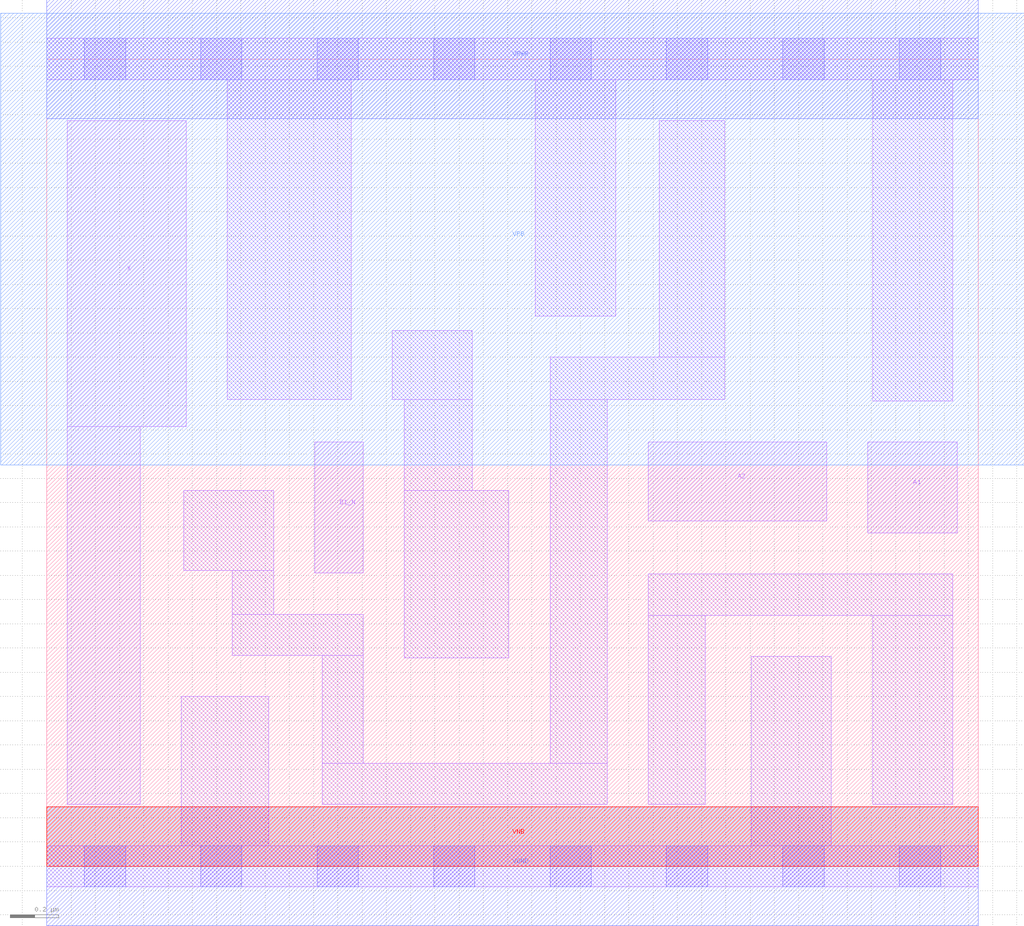
<source format=lef>
# Copyright 2020 The SkyWater PDK Authors
#
# Licensed under the Apache License, Version 2.0 (the "License");
# you may not use this file except in compliance with the License.
# You may obtain a copy of the License at
#
#     https://www.apache.org/licenses/LICENSE-2.0
#
# Unless required by applicable law or agreed to in writing, software
# distributed under the License is distributed on an "AS IS" BASIS,
# WITHOUT WARRANTIES OR CONDITIONS OF ANY KIND, either express or implied.
# See the License for the specific language governing permissions and
# limitations under the License.
#
# SPDX-License-Identifier: Apache-2.0

VERSION 5.7 ;
  NOWIREEXTENSIONATPIN ON ;
  DIVIDERCHAR "/" ;
  BUSBITCHARS "[]" ;
MACRO sky130_fd_sc_lp__o21ba_1
  CLASS CORE ;
  FOREIGN sky130_fd_sc_lp__o21ba_1 ;
  ORIGIN  0.000000  0.000000 ;
  SIZE  3.840000 BY  3.330000 ;
  SYMMETRY X Y R90 ;
  SITE unit ;
  PIN A1
    ANTENNAGATEAREA  0.315000 ;
    DIRECTION INPUT ;
    USE SIGNAL ;
    PORT
      LAYER li1 ;
        RECT 3.385000 1.375000 3.755000 1.750000 ;
    END
  END A1
  PIN A2
    ANTENNAGATEAREA  0.315000 ;
    DIRECTION INPUT ;
    USE SIGNAL ;
    PORT
      LAYER li1 ;
        RECT 2.480000 1.425000 3.215000 1.750000 ;
    END
  END A2
  PIN B1_N
    ANTENNAGATEAREA  0.126000 ;
    DIRECTION INPUT ;
    USE SIGNAL ;
    PORT
      LAYER li1 ;
        RECT 1.105000 1.210000 1.305000 1.750000 ;
    END
  END B1_N
  PIN X
    ANTENNADIFFAREA  0.573300 ;
    DIRECTION OUTPUT ;
    USE SIGNAL ;
    PORT
      LAYER li1 ;
        RECT 0.085000 0.255000 0.385000 1.815000 ;
        RECT 0.085000 1.815000 0.575000 3.075000 ;
    END
  END X
  PIN VGND
    DIRECTION INOUT ;
    USE GROUND ;
    PORT
      LAYER met1 ;
        RECT 0.000000 -0.245000 3.840000 0.245000 ;
    END
  END VGND
  PIN VNB
    DIRECTION INOUT ;
    USE GROUND ;
    PORT
      LAYER pwell ;
        RECT 0.000000 0.000000 3.840000 0.245000 ;
    END
  END VNB
  PIN VPB
    DIRECTION INOUT ;
    USE POWER ;
    PORT
      LAYER nwell ;
        RECT -0.190000 1.655000 4.030000 3.520000 ;
    END
  END VPB
  PIN VPWR
    DIRECTION INOUT ;
    USE POWER ;
    PORT
      LAYER met1 ;
        RECT 0.000000 3.085000 3.840000 3.575000 ;
    END
  END VPWR
  OBS
    LAYER li1 ;
      RECT 0.000000 -0.085000 3.840000 0.085000 ;
      RECT 0.000000  3.245000 3.840000 3.415000 ;
      RECT 0.555000  0.085000 0.915000 0.700000 ;
      RECT 0.565000  1.220000 0.935000 1.550000 ;
      RECT 0.745000  1.925000 1.255000 3.245000 ;
      RECT 0.765000  0.870000 1.305000 1.040000 ;
      RECT 0.765000  1.040000 0.935000 1.220000 ;
      RECT 1.135000  0.255000 2.310000 0.425000 ;
      RECT 1.135000  0.425000 1.305000 0.870000 ;
      RECT 1.425000  1.925000 1.755000 2.210000 ;
      RECT 1.475000  0.860000 1.905000 1.550000 ;
      RECT 1.475000  1.550000 1.755000 1.925000 ;
      RECT 2.015000  2.270000 2.345000 3.245000 ;
      RECT 2.075000  0.425000 2.310000 1.925000 ;
      RECT 2.075000  1.925000 2.795000 2.100000 ;
      RECT 2.480000  0.255000 2.715000 1.035000 ;
      RECT 2.480000  1.035000 3.735000 1.205000 ;
      RECT 2.525000  2.100000 2.795000 3.075000 ;
      RECT 2.905000  0.085000 3.235000 0.865000 ;
      RECT 3.405000  0.255000 3.735000 1.035000 ;
      RECT 3.405000  1.920000 3.735000 3.245000 ;
    LAYER mcon ;
      RECT 0.155000 -0.085000 0.325000 0.085000 ;
      RECT 0.155000  3.245000 0.325000 3.415000 ;
      RECT 0.635000 -0.085000 0.805000 0.085000 ;
      RECT 0.635000  3.245000 0.805000 3.415000 ;
      RECT 1.115000 -0.085000 1.285000 0.085000 ;
      RECT 1.115000  3.245000 1.285000 3.415000 ;
      RECT 1.595000 -0.085000 1.765000 0.085000 ;
      RECT 1.595000  3.245000 1.765000 3.415000 ;
      RECT 2.075000 -0.085000 2.245000 0.085000 ;
      RECT 2.075000  3.245000 2.245000 3.415000 ;
      RECT 2.555000 -0.085000 2.725000 0.085000 ;
      RECT 2.555000  3.245000 2.725000 3.415000 ;
      RECT 3.035000 -0.085000 3.205000 0.085000 ;
      RECT 3.035000  3.245000 3.205000 3.415000 ;
      RECT 3.515000 -0.085000 3.685000 0.085000 ;
      RECT 3.515000  3.245000 3.685000 3.415000 ;
  END
END sky130_fd_sc_lp__o21ba_1
END LIBRARY

</source>
